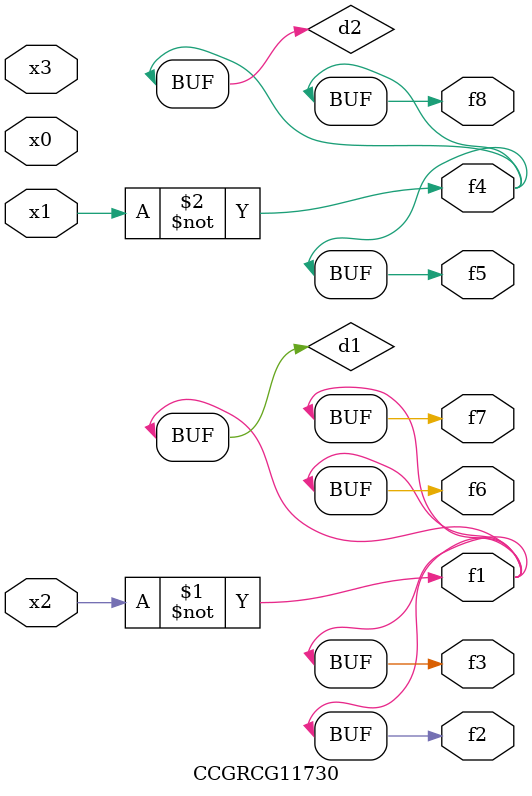
<source format=v>
module CCGRCG11730(
	input x0, x1, x2, x3,
	output f1, f2, f3, f4, f5, f6, f7, f8
);

	wire d1, d2;

	xnor (d1, x2);
	not (d2, x1);
	assign f1 = d1;
	assign f2 = d1;
	assign f3 = d1;
	assign f4 = d2;
	assign f5 = d2;
	assign f6 = d1;
	assign f7 = d1;
	assign f8 = d2;
endmodule

</source>
